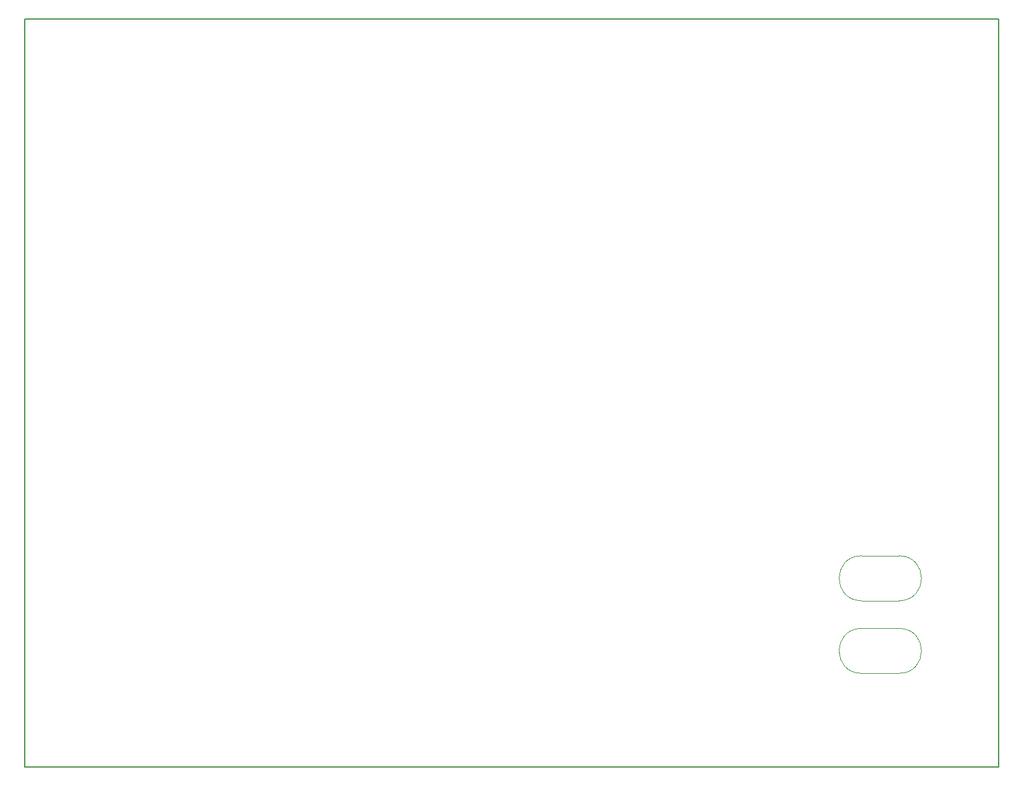
<source format=gm1>
G04 #@! TF.GenerationSoftware,KiCad,Pcbnew,(5.1.10)-1*
G04 #@! TF.CreationDate,2021-12-19T22:42:05+01:00*
G04 #@! TF.ProjectId,DrawBridge,44726177-4272-4696-9467-652e6b696361,1.0*
G04 #@! TF.SameCoordinates,Original*
G04 #@! TF.FileFunction,Profile,NP*
%FSLAX46Y46*%
G04 Gerber Fmt 4.6, Leading zero omitted, Abs format (unit mm)*
G04 Created by KiCad (PCBNEW (5.1.10)-1) date 2021-12-19 22:42:05*
%MOMM*%
%LPD*%
G01*
G04 APERTURE LIST*
G04 #@! TA.AperFunction,Profile*
%ADD10C,0.010000*%
G04 #@! TD*
G04 #@! TA.AperFunction,Profile*
%ADD11C,0.150000*%
G04 #@! TD*
G04 APERTURE END LIST*
D10*
X171790000Y-126450000D02*
X166790000Y-126450000D01*
X171790000Y-132450000D02*
G75*
G03*
X171790000Y-126450000I0J3000000D01*
G01*
X166790000Y-132450000D02*
G75*
G02*
X166790000Y-126450000I0J3000000D01*
G01*
X171790000Y-132450000D02*
X166790000Y-132450000D01*
X166790000Y-122750000D02*
G75*
G02*
X166790000Y-116750000I0J3000000D01*
G01*
X171790000Y-122750000D02*
G75*
G03*
X171790000Y-116750000I0J3000000D01*
G01*
X171790000Y-122750000D02*
X166790000Y-122750000D01*
X171790000Y-116750000D02*
X166790000Y-116750000D01*
D11*
X55075000Y-144925000D02*
X185135700Y-144925000D01*
X55075000Y-45075000D02*
X55075000Y-144925000D01*
X185135700Y-45075000D02*
X55075000Y-45075000D01*
X185135700Y-144925000D02*
X185135700Y-45075000D01*
M02*

</source>
